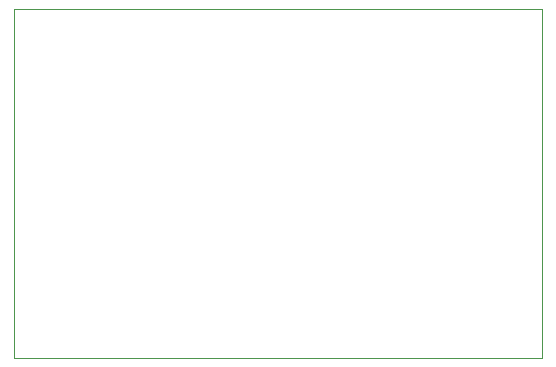
<source format=gbr>
%TF.GenerationSoftware,KiCad,Pcbnew,9.0.3*%
%TF.CreationDate,2025-10-14T12:27:29+02:00*%
%TF.ProjectId,TEST_JLC_PCB,54455354-5f4a-44c4-935f-5043422e6b69,rev?*%
%TF.SameCoordinates,Original*%
%TF.FileFunction,Profile,NP*%
%FSLAX46Y46*%
G04 Gerber Fmt 4.6, Leading zero omitted, Abs format (unit mm)*
G04 Created by KiCad (PCBNEW 9.0.3) date 2025-10-14 12:27:29*
%MOMM*%
%LPD*%
G01*
G04 APERTURE LIST*
%TA.AperFunction,Profile*%
%ADD10C,0.050000*%
%TD*%
G04 APERTURE END LIST*
D10*
X92360000Y-50600000D02*
X137120000Y-50600000D01*
X137120000Y-80120000D01*
X92360000Y-80120000D01*
X92360000Y-50600000D01*
M02*

</source>
